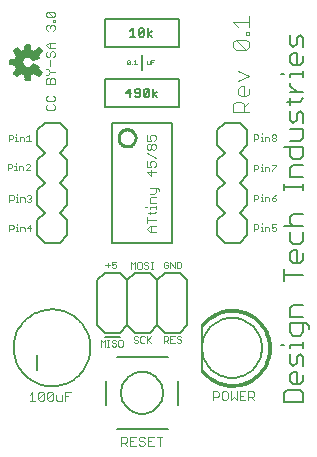
<source format=gto>
G75*
G70*
%OFA0B0*%
%FSLAX24Y24*%
%IPPOS*%
%LPD*%
%AMOC8*
5,1,8,0,0,1.08239X$1,22.5*
%
%ADD10C,0.0010*%
%ADD11C,0.0030*%
%ADD12C,0.0050*%
%ADD13C,0.0020*%
%ADD14C,0.0040*%
%ADD15C,0.0080*%
%ADD16C,0.0100*%
%ADD17C,0.0060*%
%ADD18C,0.0059*%
D10*
X007168Y003743D02*
X007240Y003797D01*
X007239Y003796D02*
X007282Y003743D01*
X007327Y003692D01*
X007376Y003644D01*
X007427Y003599D01*
X007481Y003556D01*
X007537Y003517D01*
X007595Y003481D01*
X007655Y003448D01*
X007716Y003419D01*
X007780Y003394D01*
X007844Y003372D01*
X007910Y003353D01*
X007977Y003339D01*
X008044Y003328D01*
X008112Y003321D01*
X008180Y003318D01*
X008249Y003319D01*
X008317Y003324D01*
X008385Y003332D01*
X008452Y003345D01*
X008518Y003361D01*
X008583Y003381D01*
X008648Y003404D01*
X008710Y003431D01*
X008771Y003462D01*
X008830Y003496D01*
X008888Y003533D01*
X008943Y003574D01*
X008995Y003618D01*
X009045Y003664D01*
X009092Y003713D01*
X009137Y003765D01*
X009178Y003819D01*
X009217Y003876D01*
X009252Y003935D01*
X009283Y003995D01*
X009311Y004057D01*
X009336Y004121D01*
X009357Y004186D01*
X009374Y004252D01*
X009388Y004319D01*
X009397Y004387D01*
X009403Y004455D01*
X009405Y004523D01*
X009403Y004591D01*
X009397Y004659D01*
X009388Y004727D01*
X009374Y004794D01*
X009357Y004860D01*
X009336Y004925D01*
X009311Y004989D01*
X009283Y005051D01*
X009252Y005111D01*
X009217Y005170D01*
X009178Y005227D01*
X009137Y005281D01*
X009092Y005333D01*
X009045Y005382D01*
X008995Y005428D01*
X008943Y005472D01*
X008888Y005513D01*
X008830Y005550D01*
X008771Y005584D01*
X008710Y005615D01*
X008648Y005642D01*
X008583Y005665D01*
X008518Y005685D01*
X008452Y005701D01*
X008385Y005714D01*
X008317Y005722D01*
X008249Y005727D01*
X008180Y005728D01*
X008112Y005725D01*
X008044Y005718D01*
X007977Y005707D01*
X007910Y005693D01*
X007844Y005674D01*
X007780Y005652D01*
X007716Y005627D01*
X007655Y005598D01*
X007595Y005565D01*
X007537Y005529D01*
X007481Y005490D01*
X007427Y005447D01*
X007376Y005402D01*
X007327Y005354D01*
X007282Y005303D01*
X007239Y005250D01*
X007168Y005303D01*
X007167Y005304D01*
X007211Y005359D01*
X007259Y005412D01*
X007309Y005463D01*
X007362Y005510D01*
X007417Y005554D01*
X007475Y005596D01*
X007535Y005634D01*
X007596Y005669D01*
X007660Y005700D01*
X007725Y005728D01*
X007792Y005752D01*
X007860Y005773D01*
X007929Y005789D01*
X007999Y005802D01*
X008069Y005811D01*
X008140Y005817D01*
X008211Y005818D01*
X008282Y005815D01*
X008353Y005809D01*
X008423Y005799D01*
X008492Y005785D01*
X008561Y005767D01*
X008629Y005745D01*
X008695Y005720D01*
X008760Y005691D01*
X008823Y005658D01*
X008884Y005622D01*
X008943Y005583D01*
X009000Y005541D01*
X009055Y005496D01*
X009107Y005447D01*
X009156Y005396D01*
X009203Y005343D01*
X009246Y005286D01*
X009286Y005228D01*
X009323Y005167D01*
X009357Y005105D01*
X009387Y005041D01*
X009414Y004975D01*
X009437Y004908D01*
X009456Y004839D01*
X009471Y004770D01*
X009483Y004700D01*
X009491Y004629D01*
X009495Y004558D01*
X009495Y004488D01*
X009491Y004417D01*
X009483Y004346D01*
X009471Y004276D01*
X009456Y004207D01*
X009437Y004138D01*
X009414Y004071D01*
X009387Y004005D01*
X009357Y003941D01*
X009323Y003879D01*
X009286Y003818D01*
X009246Y003760D01*
X009203Y003703D01*
X009156Y003650D01*
X009107Y003599D01*
X009055Y003550D01*
X009000Y003505D01*
X008943Y003463D01*
X008884Y003424D01*
X008823Y003388D01*
X008760Y003355D01*
X008695Y003326D01*
X008629Y003301D01*
X008561Y003279D01*
X008492Y003261D01*
X008423Y003247D01*
X008353Y003237D01*
X008282Y003231D01*
X008211Y003228D01*
X008140Y003229D01*
X008069Y003235D01*
X007999Y003244D01*
X007929Y003257D01*
X007860Y003273D01*
X007792Y003294D01*
X007725Y003318D01*
X007660Y003346D01*
X007596Y003377D01*
X007535Y003412D01*
X007475Y003450D01*
X007417Y003492D01*
X007362Y003536D01*
X007309Y003583D01*
X007259Y003634D01*
X007211Y003687D01*
X007167Y003742D01*
X007174Y003747D01*
X007219Y003692D01*
X007266Y003639D01*
X007317Y003588D01*
X007370Y003541D01*
X007426Y003496D01*
X007484Y003455D01*
X007544Y003417D01*
X007606Y003382D01*
X007670Y003351D01*
X007736Y003324D01*
X007803Y003300D01*
X007872Y003280D01*
X007941Y003263D01*
X008011Y003251D01*
X008082Y003242D01*
X008153Y003238D01*
X008224Y003237D01*
X008295Y003241D01*
X008366Y003248D01*
X008437Y003259D01*
X008506Y003274D01*
X008575Y003293D01*
X008643Y003316D01*
X008709Y003342D01*
X008774Y003372D01*
X008836Y003406D01*
X008897Y003442D01*
X008956Y003483D01*
X009013Y003526D01*
X009067Y003573D01*
X009118Y003622D01*
X009166Y003675D01*
X009212Y003729D01*
X009254Y003787D01*
X009293Y003846D01*
X009329Y003908D01*
X009362Y003971D01*
X009390Y004036D01*
X009416Y004103D01*
X009437Y004171D01*
X009455Y004240D01*
X009468Y004310D01*
X009478Y004381D01*
X009484Y004452D01*
X009486Y004523D01*
X009484Y004594D01*
X009478Y004665D01*
X009468Y004736D01*
X009455Y004806D01*
X009437Y004875D01*
X009416Y004943D01*
X009390Y005010D01*
X009362Y005075D01*
X009329Y005138D01*
X009293Y005200D01*
X009254Y005259D01*
X009212Y005317D01*
X009166Y005371D01*
X009118Y005424D01*
X009067Y005473D01*
X009013Y005520D01*
X008956Y005563D01*
X008897Y005604D01*
X008836Y005640D01*
X008774Y005674D01*
X008709Y005704D01*
X008643Y005730D01*
X008575Y005753D01*
X008506Y005772D01*
X008437Y005787D01*
X008366Y005798D01*
X008295Y005805D01*
X008224Y005809D01*
X008153Y005808D01*
X008082Y005804D01*
X008011Y005795D01*
X007941Y005783D01*
X007872Y005766D01*
X007803Y005746D01*
X007736Y005722D01*
X007670Y005695D01*
X007606Y005664D01*
X007544Y005629D01*
X007484Y005591D01*
X007426Y005550D01*
X007370Y005505D01*
X007317Y005458D01*
X007266Y005407D01*
X007219Y005354D01*
X007174Y005299D01*
X007181Y005293D01*
X007226Y005348D01*
X007273Y005401D01*
X007323Y005451D01*
X007376Y005498D01*
X007431Y005542D01*
X007489Y005584D01*
X007548Y005621D01*
X007610Y005656D01*
X007674Y005687D01*
X007739Y005714D01*
X007806Y005738D01*
X007874Y005758D01*
X007943Y005774D01*
X008012Y005786D01*
X008083Y005795D01*
X008153Y005799D01*
X008224Y005800D01*
X008295Y005796D01*
X008365Y005789D01*
X008435Y005778D01*
X008504Y005763D01*
X008572Y005744D01*
X008640Y005722D01*
X008705Y005696D01*
X008770Y005666D01*
X008832Y005633D01*
X008892Y005596D01*
X008951Y005556D01*
X009007Y005513D01*
X009061Y005467D01*
X009111Y005417D01*
X009160Y005366D01*
X009205Y005311D01*
X009247Y005254D01*
X009286Y005195D01*
X009321Y005134D01*
X009354Y005071D01*
X009382Y005006D01*
X009407Y004940D01*
X009428Y004872D01*
X009446Y004804D01*
X009459Y004734D01*
X009469Y004664D01*
X009475Y004594D01*
X009477Y004523D01*
X009475Y004452D01*
X009469Y004382D01*
X009459Y004312D01*
X009446Y004242D01*
X009428Y004174D01*
X009407Y004106D01*
X009382Y004040D01*
X009354Y003975D01*
X009321Y003912D01*
X009286Y003851D01*
X009247Y003792D01*
X009205Y003735D01*
X009160Y003680D01*
X009111Y003629D01*
X009061Y003579D01*
X009007Y003533D01*
X008951Y003490D01*
X008892Y003450D01*
X008832Y003413D01*
X008770Y003380D01*
X008705Y003350D01*
X008640Y003324D01*
X008572Y003302D01*
X008504Y003283D01*
X008435Y003268D01*
X008365Y003257D01*
X008295Y003250D01*
X008224Y003246D01*
X008153Y003247D01*
X008083Y003251D01*
X008012Y003260D01*
X007943Y003272D01*
X007874Y003288D01*
X007806Y003308D01*
X007739Y003332D01*
X007674Y003359D01*
X007610Y003390D01*
X007548Y003425D01*
X007489Y003462D01*
X007431Y003504D01*
X007376Y003548D01*
X007323Y003595D01*
X007273Y003645D01*
X007226Y003698D01*
X007181Y003753D01*
X007189Y003758D01*
X007233Y003703D01*
X007281Y003650D01*
X007331Y003600D01*
X007384Y003552D01*
X007440Y003508D01*
X007498Y003467D01*
X007558Y003430D01*
X007620Y003395D01*
X007684Y003365D01*
X007750Y003338D01*
X007817Y003314D01*
X007885Y003295D01*
X007955Y003279D01*
X008025Y003267D01*
X008095Y003259D01*
X008166Y003255D01*
X008237Y003256D01*
X008308Y003260D01*
X008379Y003268D01*
X008449Y003280D01*
X008518Y003296D01*
X008586Y003315D01*
X008654Y003339D01*
X008719Y003366D01*
X008783Y003397D01*
X008845Y003431D01*
X008905Y003469D01*
X008963Y003511D01*
X009019Y003555D01*
X009072Y003602D01*
X009122Y003653D01*
X009169Y003706D01*
X009214Y003761D01*
X009255Y003819D01*
X009292Y003879D01*
X009327Y003942D01*
X009358Y004006D01*
X009385Y004071D01*
X009408Y004138D01*
X009428Y004207D01*
X009444Y004276D01*
X009456Y004346D01*
X009464Y004417D01*
X009468Y004487D01*
X009468Y004559D01*
X009464Y004629D01*
X009456Y004700D01*
X009444Y004770D01*
X009428Y004839D01*
X009408Y004908D01*
X009385Y004975D01*
X009358Y005040D01*
X009327Y005104D01*
X009292Y005167D01*
X009255Y005227D01*
X009214Y005285D01*
X009169Y005340D01*
X009122Y005393D01*
X009072Y005444D01*
X009019Y005491D01*
X008963Y005535D01*
X008905Y005577D01*
X008845Y005615D01*
X008783Y005649D01*
X008719Y005680D01*
X008654Y005707D01*
X008586Y005731D01*
X008518Y005750D01*
X008449Y005766D01*
X008379Y005778D01*
X008308Y005786D01*
X008237Y005790D01*
X008166Y005791D01*
X008095Y005787D01*
X008025Y005779D01*
X007955Y005767D01*
X007885Y005751D01*
X007817Y005732D01*
X007750Y005708D01*
X007684Y005681D01*
X007620Y005651D01*
X007558Y005616D01*
X007498Y005579D01*
X007440Y005538D01*
X007384Y005494D01*
X007331Y005446D01*
X007281Y005396D01*
X007233Y005343D01*
X007189Y005288D01*
X007196Y005282D01*
X007240Y005337D01*
X007287Y005390D01*
X007337Y005440D01*
X007390Y005487D01*
X007445Y005531D01*
X007503Y005571D01*
X007562Y005609D01*
X007624Y005643D01*
X007688Y005673D01*
X007753Y005700D01*
X007820Y005723D01*
X007888Y005743D01*
X007956Y005758D01*
X008026Y005770D01*
X008096Y005778D01*
X008167Y005782D01*
X008237Y005781D01*
X008308Y005777D01*
X008378Y005769D01*
X008447Y005757D01*
X008516Y005742D01*
X008584Y005722D01*
X008650Y005699D01*
X008715Y005672D01*
X008779Y005641D01*
X008841Y005607D01*
X008900Y005569D01*
X008958Y005528D01*
X009013Y005484D01*
X009066Y005437D01*
X009115Y005387D01*
X009162Y005335D01*
X009206Y005279D01*
X009247Y005222D01*
X009285Y005162D01*
X009319Y005100D01*
X009349Y005037D01*
X009376Y004972D01*
X009400Y004905D01*
X009419Y004837D01*
X009435Y004768D01*
X009447Y004699D01*
X009455Y004629D01*
X009459Y004558D01*
X009459Y004488D01*
X009455Y004417D01*
X009447Y004347D01*
X009435Y004278D01*
X009419Y004209D01*
X009400Y004141D01*
X009376Y004074D01*
X009349Y004009D01*
X009319Y003946D01*
X009285Y003884D01*
X009247Y003824D01*
X009206Y003767D01*
X009162Y003711D01*
X009115Y003659D01*
X009066Y003609D01*
X009013Y003562D01*
X008958Y003518D01*
X008900Y003477D01*
X008841Y003439D01*
X008779Y003405D01*
X008715Y003374D01*
X008650Y003347D01*
X008584Y003324D01*
X008516Y003304D01*
X008447Y003289D01*
X008378Y003277D01*
X008308Y003269D01*
X008237Y003265D01*
X008167Y003264D01*
X008096Y003268D01*
X008026Y003276D01*
X007956Y003288D01*
X007888Y003303D01*
X007820Y003323D01*
X007753Y003346D01*
X007688Y003373D01*
X007624Y003403D01*
X007562Y003437D01*
X007503Y003475D01*
X007445Y003515D01*
X007390Y003559D01*
X007337Y003606D01*
X007287Y003656D01*
X007240Y003709D01*
X007196Y003764D01*
X007203Y003769D01*
X007247Y003714D01*
X007294Y003662D01*
X007343Y003613D01*
X007396Y003566D01*
X007450Y003523D01*
X007508Y003482D01*
X007567Y003445D01*
X007628Y003411D01*
X007692Y003381D01*
X007756Y003354D01*
X007823Y003331D01*
X007890Y003312D01*
X007958Y003297D01*
X008027Y003285D01*
X008097Y003277D01*
X008167Y003273D01*
X008237Y003274D01*
X008307Y003278D01*
X008376Y003286D01*
X008445Y003297D01*
X008514Y003313D01*
X008581Y003332D01*
X008647Y003356D01*
X008712Y003383D01*
X008775Y003413D01*
X008836Y003447D01*
X008895Y003484D01*
X008953Y003525D01*
X009007Y003569D01*
X009059Y003615D01*
X009109Y003665D01*
X009156Y003717D01*
X009199Y003772D01*
X009240Y003829D01*
X009277Y003888D01*
X009311Y003950D01*
X009341Y004013D01*
X009368Y004078D01*
X009391Y004144D01*
X009410Y004211D01*
X009426Y004279D01*
X009438Y004348D01*
X009446Y004418D01*
X009450Y004488D01*
X009450Y004558D01*
X009446Y004628D01*
X009438Y004698D01*
X009426Y004767D01*
X009410Y004835D01*
X009391Y004902D01*
X009368Y004968D01*
X009341Y005033D01*
X009311Y005096D01*
X009277Y005158D01*
X009240Y005217D01*
X009199Y005274D01*
X009156Y005329D01*
X009109Y005381D01*
X009059Y005431D01*
X009007Y005477D01*
X008953Y005521D01*
X008895Y005562D01*
X008836Y005599D01*
X008775Y005633D01*
X008712Y005663D01*
X008647Y005690D01*
X008581Y005714D01*
X008514Y005733D01*
X008445Y005749D01*
X008376Y005760D01*
X008307Y005768D01*
X008237Y005772D01*
X008167Y005773D01*
X008097Y005769D01*
X008027Y005761D01*
X007958Y005749D01*
X007890Y005734D01*
X007823Y005715D01*
X007756Y005692D01*
X007692Y005665D01*
X007628Y005635D01*
X007567Y005601D01*
X007508Y005564D01*
X007450Y005523D01*
X007396Y005480D01*
X007343Y005433D01*
X007294Y005384D01*
X007247Y005332D01*
X007203Y005277D01*
X007210Y005272D01*
X007254Y005326D01*
X007300Y005378D01*
X007349Y005427D01*
X007401Y005473D01*
X007456Y005516D01*
X007513Y005556D01*
X007572Y005593D01*
X007633Y005627D01*
X007695Y005657D01*
X007760Y005683D01*
X007825Y005706D01*
X007892Y005725D01*
X007960Y005741D01*
X008029Y005752D01*
X008098Y005760D01*
X008167Y005764D01*
X008237Y005763D01*
X008306Y005759D01*
X008375Y005752D01*
X008444Y005740D01*
X008511Y005724D01*
X008578Y005705D01*
X008644Y005682D01*
X008708Y005655D01*
X008771Y005625D01*
X008832Y005591D01*
X008890Y005554D01*
X008947Y005514D01*
X009001Y005471D01*
X009053Y005424D01*
X009102Y005375D01*
X009149Y005323D01*
X009192Y005269D01*
X009232Y005212D01*
X009269Y005153D01*
X009303Y005092D01*
X009333Y005029D01*
X009360Y004965D01*
X009383Y004900D01*
X009402Y004833D01*
X009417Y004765D01*
X009429Y004696D01*
X009437Y004627D01*
X009441Y004558D01*
X009441Y004488D01*
X009437Y004419D01*
X009429Y004350D01*
X009417Y004281D01*
X009402Y004213D01*
X009383Y004146D01*
X009360Y004081D01*
X009333Y004017D01*
X009303Y003954D01*
X009269Y003893D01*
X009232Y003834D01*
X009192Y003777D01*
X009149Y003723D01*
X009102Y003671D01*
X009053Y003622D01*
X009001Y003575D01*
X008947Y003532D01*
X008890Y003492D01*
X008832Y003455D01*
X008771Y003421D01*
X008708Y003391D01*
X008644Y003364D01*
X008578Y003341D01*
X008511Y003322D01*
X008444Y003306D01*
X008375Y003294D01*
X008306Y003287D01*
X008237Y003283D01*
X008167Y003282D01*
X008098Y003286D01*
X008029Y003294D01*
X007960Y003305D01*
X007892Y003321D01*
X007825Y003340D01*
X007760Y003363D01*
X007695Y003389D01*
X007633Y003419D01*
X007572Y003453D01*
X007513Y003490D01*
X007456Y003530D01*
X007401Y003573D01*
X007349Y003619D01*
X007300Y003668D01*
X007254Y003720D01*
X007210Y003774D01*
X007217Y003780D01*
X007261Y003726D01*
X007307Y003675D01*
X007356Y003626D01*
X007407Y003580D01*
X007461Y003537D01*
X007518Y003497D01*
X007576Y003461D01*
X007637Y003427D01*
X007699Y003397D01*
X007763Y003371D01*
X007828Y003349D01*
X007894Y003330D01*
X007962Y003314D01*
X008030Y003303D01*
X008098Y003295D01*
X008167Y003291D01*
X008236Y003292D01*
X008305Y003296D01*
X008374Y003303D01*
X008442Y003315D01*
X008509Y003330D01*
X008576Y003350D01*
X008641Y003373D01*
X008704Y003399D01*
X008767Y003429D01*
X008827Y003462D01*
X008885Y003499D01*
X008942Y003539D01*
X008996Y003582D01*
X009047Y003628D01*
X009096Y003677D01*
X009142Y003729D01*
X009185Y003783D01*
X009225Y003839D01*
X009261Y003898D01*
X009295Y003958D01*
X009325Y004020D01*
X009351Y004084D01*
X009374Y004149D01*
X009393Y004216D01*
X009408Y004283D01*
X009420Y004351D01*
X009428Y004420D01*
X009432Y004488D01*
X009432Y004558D01*
X009428Y004626D01*
X009420Y004695D01*
X009408Y004763D01*
X009393Y004830D01*
X009374Y004897D01*
X009351Y004962D01*
X009325Y005026D01*
X009295Y005088D01*
X009261Y005148D01*
X009225Y005207D01*
X009185Y005263D01*
X009142Y005317D01*
X009096Y005369D01*
X009047Y005418D01*
X008996Y005464D01*
X008942Y005507D01*
X008885Y005547D01*
X008827Y005584D01*
X008767Y005617D01*
X008704Y005647D01*
X008641Y005673D01*
X008576Y005696D01*
X008509Y005716D01*
X008442Y005731D01*
X008374Y005743D01*
X008305Y005750D01*
X008236Y005754D01*
X008167Y005755D01*
X008098Y005751D01*
X008030Y005743D01*
X007962Y005732D01*
X007894Y005716D01*
X007828Y005697D01*
X007763Y005675D01*
X007699Y005649D01*
X007637Y005619D01*
X007576Y005585D01*
X007518Y005549D01*
X007461Y005509D01*
X007407Y005466D01*
X007356Y005420D01*
X007307Y005371D01*
X007261Y005320D01*
X007217Y005266D01*
X007225Y005261D01*
X007268Y005315D01*
X007314Y005366D01*
X007364Y005415D01*
X007415Y005461D01*
X007470Y005504D01*
X007527Y005544D01*
X007585Y005580D01*
X007646Y005614D01*
X007709Y005643D01*
X007773Y005669D01*
X007839Y005691D01*
X007906Y005710D01*
X007973Y005725D01*
X008042Y005736D01*
X008111Y005743D01*
X008180Y005746D01*
X008249Y005745D01*
X008319Y005740D01*
X008387Y005732D01*
X008455Y005719D01*
X008523Y005703D01*
X008589Y005682D01*
X008654Y005659D01*
X008718Y005631D01*
X008780Y005600D01*
X008840Y005565D01*
X008898Y005527D01*
X008954Y005486D01*
X009007Y005442D01*
X009058Y005395D01*
X009106Y005345D01*
X009151Y005292D01*
X009193Y005237D01*
X009232Y005180D01*
X009267Y005120D01*
X009299Y005059D01*
X009328Y004996D01*
X009353Y004931D01*
X009374Y004865D01*
X009392Y004798D01*
X009405Y004730D01*
X009415Y004661D01*
X009421Y004592D01*
X009423Y004523D01*
X009421Y004454D01*
X009415Y004385D01*
X009405Y004316D01*
X009392Y004248D01*
X009374Y004181D01*
X009353Y004115D01*
X009328Y004050D01*
X009299Y003987D01*
X009267Y003926D01*
X009232Y003866D01*
X009193Y003809D01*
X009151Y003754D01*
X009106Y003701D01*
X009058Y003651D01*
X009007Y003604D01*
X008954Y003560D01*
X008898Y003519D01*
X008840Y003481D01*
X008780Y003446D01*
X008718Y003415D01*
X008654Y003387D01*
X008589Y003364D01*
X008523Y003343D01*
X008455Y003327D01*
X008387Y003314D01*
X008319Y003306D01*
X008249Y003301D01*
X008180Y003300D01*
X008111Y003303D01*
X008042Y003310D01*
X007973Y003321D01*
X007906Y003336D01*
X007839Y003355D01*
X007773Y003377D01*
X007709Y003403D01*
X007646Y003432D01*
X007585Y003466D01*
X007527Y003502D01*
X007470Y003542D01*
X007415Y003585D01*
X007364Y003631D01*
X007314Y003680D01*
X007268Y003731D01*
X007225Y003785D01*
X007232Y003791D01*
X007275Y003737D01*
X007321Y003686D01*
X007370Y003637D01*
X007421Y003592D01*
X007475Y003549D01*
X007532Y003510D01*
X007590Y003473D01*
X007650Y003440D01*
X007713Y003411D01*
X007776Y003385D01*
X007842Y003363D01*
X007908Y003345D01*
X007975Y003330D01*
X008043Y003319D01*
X008112Y003312D01*
X008180Y003309D01*
X008249Y003310D01*
X008318Y003315D01*
X008386Y003323D01*
X008454Y003336D01*
X008520Y003352D01*
X008586Y003372D01*
X008651Y003396D01*
X008714Y003423D01*
X008775Y003454D01*
X008835Y003488D01*
X008893Y003526D01*
X008948Y003567D01*
X009001Y003611D01*
X009051Y003658D01*
X009099Y003707D01*
X009144Y003759D01*
X009186Y003814D01*
X009224Y003871D01*
X009259Y003930D01*
X009291Y003991D01*
X009320Y004054D01*
X009344Y004118D01*
X009366Y004184D01*
X009383Y004250D01*
X009396Y004318D01*
X009406Y004386D01*
X009412Y004454D01*
X009414Y004523D01*
X009412Y004592D01*
X009406Y004660D01*
X009396Y004728D01*
X009383Y004796D01*
X009366Y004862D01*
X009344Y004928D01*
X009320Y004992D01*
X009291Y005055D01*
X009259Y005116D01*
X009224Y005175D01*
X009186Y005232D01*
X009144Y005287D01*
X009099Y005339D01*
X009051Y005388D01*
X009001Y005435D01*
X008948Y005479D01*
X008893Y005520D01*
X008835Y005558D01*
X008775Y005592D01*
X008714Y005623D01*
X008651Y005650D01*
X008586Y005674D01*
X008520Y005694D01*
X008454Y005710D01*
X008386Y005723D01*
X008318Y005731D01*
X008249Y005736D01*
X008180Y005737D01*
X008112Y005734D01*
X008043Y005727D01*
X007975Y005716D01*
X007908Y005701D01*
X007842Y005683D01*
X007776Y005661D01*
X007713Y005635D01*
X007650Y005606D01*
X007590Y005573D01*
X007532Y005536D01*
X007475Y005497D01*
X007421Y005454D01*
X007370Y005409D01*
X007321Y005360D01*
X007275Y005309D01*
X007232Y005255D01*
X005515Y013969D02*
X005515Y014119D01*
X005615Y014119D01*
X005565Y014044D02*
X005515Y014044D01*
X005468Y014069D02*
X005468Y013969D01*
X005393Y013969D01*
X005368Y013994D01*
X005368Y014069D01*
X005026Y013969D02*
X004926Y013969D01*
X004877Y013969D02*
X004877Y013994D01*
X004852Y013994D01*
X004852Y013969D01*
X004877Y013969D01*
X004805Y013994D02*
X004780Y013969D01*
X004730Y013969D01*
X004705Y013994D01*
X004805Y014094D01*
X004805Y013994D01*
X004805Y014094D02*
X004780Y014119D01*
X004730Y014119D01*
X004705Y014094D01*
X004705Y013994D01*
X004926Y014069D02*
X004976Y014119D01*
X004976Y013969D01*
D11*
X001643Y002763D02*
X001450Y002763D01*
X001547Y002763D02*
X001547Y003053D01*
X001450Y002956D01*
X001745Y003005D02*
X001745Y002811D01*
X001938Y003005D01*
X001938Y002811D01*
X001890Y002763D01*
X001793Y002763D01*
X001745Y002811D01*
X001745Y003005D02*
X001793Y003053D01*
X001890Y003053D01*
X001938Y003005D01*
X002039Y003005D02*
X002088Y003053D01*
X002184Y003053D01*
X002233Y003005D01*
X002039Y002811D01*
X002088Y002763D01*
X002184Y002763D01*
X002233Y002811D01*
X002233Y003005D01*
X002334Y002956D02*
X002334Y002811D01*
X002382Y002763D01*
X002527Y002763D01*
X002527Y002956D01*
X002629Y002908D02*
X002725Y002908D01*
X002629Y002763D02*
X002629Y003053D01*
X002822Y003053D01*
X002039Y003005D02*
X002039Y002811D01*
X004509Y001553D02*
X004509Y001263D01*
X004509Y001360D02*
X004654Y001360D01*
X004703Y001408D01*
X004703Y001505D01*
X004654Y001553D01*
X004509Y001553D01*
X004606Y001360D02*
X004703Y001263D01*
X004804Y001263D02*
X004804Y001553D01*
X004997Y001553D01*
X005099Y001505D02*
X005099Y001456D01*
X005147Y001408D01*
X005244Y001408D01*
X005292Y001360D01*
X005292Y001311D01*
X005244Y001263D01*
X005147Y001263D01*
X005099Y001311D01*
X004997Y001263D02*
X004804Y001263D01*
X004804Y001408D02*
X004901Y001408D01*
X005099Y001505D02*
X005147Y001553D01*
X005244Y001553D01*
X005292Y001505D01*
X005393Y001553D02*
X005393Y001263D01*
X005587Y001263D01*
X005490Y001408D02*
X005393Y001408D01*
X005393Y001553D02*
X005587Y001553D01*
X005688Y001553D02*
X005881Y001553D01*
X005785Y001553D02*
X005785Y001263D01*
X007569Y002789D02*
X007569Y003079D01*
X007714Y003079D01*
X007763Y003031D01*
X007763Y002934D01*
X007714Y002885D01*
X007569Y002885D01*
X007864Y002837D02*
X007912Y002789D01*
X008009Y002789D01*
X008057Y002837D01*
X008057Y003031D01*
X008009Y003079D01*
X007912Y003079D01*
X007864Y003031D01*
X007864Y002837D01*
X008159Y002789D02*
X008255Y002885D01*
X008352Y002789D01*
X008352Y003079D01*
X008453Y003079D02*
X008453Y002789D01*
X008647Y002789D01*
X008748Y002789D02*
X008748Y003079D01*
X008893Y003079D01*
X008941Y003031D01*
X008941Y002934D01*
X008893Y002885D01*
X008748Y002885D01*
X008845Y002885D02*
X008941Y002789D01*
X008647Y003079D02*
X008453Y003079D01*
X008453Y002934D02*
X008550Y002934D01*
X008159Y003079D02*
X008159Y002789D01*
X005654Y008382D02*
X005460Y008382D01*
X005364Y008479D01*
X005460Y008576D01*
X005654Y008576D01*
X005509Y008576D02*
X005509Y008382D01*
X005364Y008677D02*
X005364Y008870D01*
X005364Y008774D02*
X005654Y008774D01*
X005605Y009020D02*
X005654Y009068D01*
X005605Y009020D02*
X005412Y009020D01*
X005460Y009068D02*
X005460Y008971D01*
X005460Y009168D02*
X005460Y009216D01*
X005654Y009216D01*
X005654Y009168D02*
X005654Y009265D01*
X005654Y009364D02*
X005460Y009364D01*
X005460Y009509D01*
X005509Y009558D01*
X005654Y009558D01*
X005605Y009659D02*
X005654Y009707D01*
X005654Y009852D01*
X005702Y009852D02*
X005751Y009804D01*
X005751Y009756D01*
X005702Y009852D02*
X005460Y009852D01*
X005460Y009659D02*
X005605Y009659D01*
X005364Y009216D02*
X005315Y009216D01*
X005509Y010248D02*
X005509Y010442D01*
X005509Y010543D02*
X005460Y010640D01*
X005460Y010688D01*
X005509Y010736D01*
X005605Y010736D01*
X005654Y010688D01*
X005654Y010591D01*
X005605Y010543D01*
X005509Y010543D02*
X005364Y010543D01*
X005364Y010736D01*
X005364Y011031D02*
X005654Y010837D01*
X005605Y011132D02*
X005557Y011132D01*
X005509Y011180D01*
X005509Y011277D01*
X005557Y011326D01*
X005605Y011326D01*
X005654Y011277D01*
X005654Y011180D01*
X005605Y011132D01*
X005509Y011180D02*
X005460Y011132D01*
X005412Y011132D01*
X005364Y011180D01*
X005364Y011277D01*
X005412Y011326D01*
X005460Y011326D01*
X005509Y011277D01*
X005509Y011427D02*
X005364Y011427D01*
X005364Y011620D01*
X005460Y011572D02*
X005509Y011620D01*
X005605Y011620D01*
X005654Y011572D01*
X005654Y011475D01*
X005605Y011427D01*
X005509Y011427D02*
X005460Y011524D01*
X005460Y011572D01*
X005364Y010393D02*
X005509Y010248D01*
X005654Y010393D02*
X005364Y010393D01*
X002294Y012493D02*
X002294Y012590D01*
X002246Y012638D01*
X002246Y012739D02*
X002294Y012788D01*
X002294Y012884D01*
X002246Y012933D01*
X002052Y012933D02*
X002004Y012884D01*
X002004Y012788D01*
X002052Y012739D01*
X002246Y012739D01*
X002052Y012638D02*
X002004Y012590D01*
X002004Y012493D01*
X002052Y012445D01*
X002246Y012445D01*
X002294Y012493D01*
X002294Y013329D02*
X002004Y013329D01*
X002004Y013474D01*
X002052Y013522D01*
X002101Y013522D01*
X002149Y013474D01*
X002149Y013329D01*
X002149Y013474D02*
X002197Y013522D01*
X002246Y013522D01*
X002294Y013474D01*
X002294Y013329D01*
X002052Y013623D02*
X002149Y013720D01*
X002294Y013720D01*
X002149Y013720D02*
X002052Y013817D01*
X002004Y013817D01*
X002149Y013918D02*
X002149Y014111D01*
X002101Y014212D02*
X002149Y014261D01*
X002149Y014358D01*
X002197Y014406D01*
X002246Y014406D01*
X002294Y014358D01*
X002294Y014261D01*
X002246Y014212D01*
X002101Y014212D02*
X002052Y014212D01*
X002004Y014261D01*
X002004Y014358D01*
X002052Y014406D01*
X002101Y014507D02*
X002004Y014604D01*
X002101Y014701D01*
X002294Y014701D01*
X002149Y014701D02*
X002149Y014507D01*
X002101Y014507D02*
X002294Y014507D01*
X002246Y015096D02*
X002294Y015145D01*
X002294Y015242D01*
X002246Y015290D01*
X002197Y015290D01*
X002149Y015242D01*
X002149Y015193D01*
X002149Y015242D02*
X002101Y015290D01*
X002052Y015290D01*
X002004Y015242D01*
X002004Y015145D01*
X002052Y015096D01*
X002246Y015391D02*
X002246Y015439D01*
X002294Y015439D01*
X002294Y015391D01*
X002246Y015391D01*
X002246Y015538D02*
X002052Y015538D01*
X002004Y015587D01*
X002004Y015684D01*
X002052Y015732D01*
X002246Y015538D01*
X002294Y015587D01*
X002294Y015684D01*
X002246Y015732D01*
X002052Y015732D01*
X002004Y013623D02*
X002052Y013623D01*
D12*
X004667Y013019D02*
X004847Y013019D01*
X004962Y013064D02*
X004962Y013109D01*
X005007Y013154D01*
X005097Y013154D01*
X005142Y013109D01*
X005142Y012928D01*
X005097Y012883D01*
X005007Y012883D01*
X004962Y012928D01*
X005007Y013019D02*
X005142Y013019D01*
X005256Y013109D02*
X005301Y013154D01*
X005391Y013154D01*
X005436Y013109D01*
X005256Y012928D01*
X005301Y012883D01*
X005391Y012883D01*
X005436Y012928D01*
X005436Y013109D01*
X005551Y013154D02*
X005551Y012883D01*
X005551Y012973D02*
X005686Y013064D01*
X005551Y012973D02*
X005686Y012883D01*
X005256Y012928D02*
X005256Y013109D01*
X005007Y013019D02*
X004962Y013064D01*
X004802Y013154D02*
X004802Y012883D01*
X004667Y013019D02*
X004802Y013154D01*
X004801Y014898D02*
X004981Y014898D01*
X004891Y014898D02*
X004891Y015169D01*
X004801Y015078D01*
X005095Y015123D02*
X005095Y014943D01*
X005276Y015123D01*
X005276Y014943D01*
X005231Y014898D01*
X005140Y014898D01*
X005095Y014943D01*
X005095Y015123D02*
X005140Y015169D01*
X005231Y015169D01*
X005276Y015123D01*
X005390Y015169D02*
X005390Y014898D01*
X005390Y014988D02*
X005525Y015078D01*
X005390Y014988D02*
X005525Y014898D01*
X009841Y013646D02*
X009943Y013646D01*
X010146Y013646D02*
X010146Y013545D01*
X010146Y013646D02*
X010553Y013646D01*
X010553Y013545D02*
X010553Y013748D01*
X010452Y013950D02*
X010248Y013950D01*
X010146Y014051D01*
X010146Y014255D01*
X010248Y014357D01*
X010350Y014357D01*
X010350Y013950D01*
X010452Y013950D02*
X010553Y014051D01*
X010553Y014255D01*
X010553Y014557D02*
X010553Y014863D01*
X010452Y014964D01*
X010350Y014863D01*
X010350Y014659D01*
X010248Y014557D01*
X010146Y014659D01*
X010146Y014964D01*
X010146Y013343D02*
X010146Y013242D01*
X010350Y013038D01*
X010553Y013038D02*
X010146Y013038D01*
X010146Y012837D02*
X010146Y012633D01*
X010045Y012735D02*
X010452Y012735D01*
X010553Y012837D01*
X010452Y012432D02*
X010350Y012331D01*
X010350Y012127D01*
X010248Y012025D01*
X010146Y012127D01*
X010146Y012432D01*
X010452Y012432D02*
X010553Y012331D01*
X010553Y012025D01*
X010553Y011825D02*
X010146Y011825D01*
X010146Y011418D02*
X010452Y011418D01*
X010553Y011519D01*
X010553Y011825D01*
X010553Y011217D02*
X010553Y010912D01*
X010452Y010810D01*
X010248Y010810D01*
X010146Y010912D01*
X010146Y011217D01*
X009943Y011217D02*
X010553Y011217D01*
X010553Y010609D02*
X010248Y010609D01*
X010146Y010507D01*
X010146Y010202D01*
X010553Y010202D01*
X010553Y010001D02*
X010553Y009797D01*
X010553Y009899D02*
X009943Y009899D01*
X009943Y009797D02*
X009943Y010001D01*
X010248Y008989D02*
X010553Y008989D01*
X010553Y008582D02*
X009943Y008582D01*
X010146Y008683D02*
X010146Y008887D01*
X010248Y008989D01*
X010146Y008683D02*
X010248Y008582D01*
X010146Y008381D02*
X010146Y008076D01*
X010248Y007974D01*
X010452Y007974D01*
X010553Y008076D01*
X010553Y008381D01*
X010350Y007773D02*
X010248Y007773D01*
X010146Y007671D01*
X010146Y007468D01*
X010248Y007366D01*
X010452Y007366D01*
X010553Y007468D01*
X010553Y007671D01*
X010350Y007773D02*
X010350Y007366D01*
X010553Y006962D02*
X009943Y006962D01*
X009943Y007165D02*
X009943Y006758D01*
X010248Y005950D02*
X010553Y005950D01*
X010553Y005543D02*
X010146Y005543D01*
X010146Y005848D01*
X010248Y005950D01*
X010146Y005342D02*
X010146Y005037D01*
X010248Y004935D01*
X010452Y004935D01*
X010553Y005037D01*
X010553Y005342D01*
X010655Y005342D02*
X010146Y005342D01*
X010655Y005342D02*
X010757Y005241D01*
X010757Y005139D01*
X010553Y004734D02*
X010553Y004530D01*
X010553Y004632D02*
X010146Y004632D01*
X010146Y004530D01*
X010146Y004329D02*
X010146Y004024D01*
X010248Y003922D01*
X010350Y004024D01*
X010350Y004228D01*
X010452Y004329D01*
X010553Y004228D01*
X010553Y003922D01*
X010350Y003722D02*
X010350Y003315D01*
X010452Y003315D02*
X010248Y003315D01*
X010146Y003416D01*
X010146Y003620D01*
X010248Y003722D01*
X010350Y003722D01*
X010553Y003620D02*
X010553Y003416D01*
X010452Y003315D01*
X010452Y003114D02*
X010045Y003114D01*
X009943Y003012D01*
X009943Y002707D01*
X010553Y002707D01*
X010553Y003012D01*
X010452Y003114D01*
X009943Y004632D02*
X009841Y004632D01*
D13*
X009632Y008419D02*
X009558Y008419D01*
X009522Y008456D01*
X009522Y008529D02*
X009595Y008566D01*
X009632Y008566D01*
X009668Y008529D01*
X009668Y008456D01*
X009632Y008419D01*
X009522Y008529D02*
X009522Y008639D01*
X009668Y008639D01*
X009447Y008529D02*
X009447Y008419D01*
X009447Y008529D02*
X009411Y008566D01*
X009301Y008566D01*
X009301Y008419D01*
X009227Y008419D02*
X009153Y008419D01*
X009190Y008419D02*
X009190Y008566D01*
X009153Y008566D01*
X009190Y008639D02*
X009190Y008676D01*
X009079Y008603D02*
X009079Y008529D01*
X009042Y008492D01*
X008932Y008492D01*
X008932Y008419D02*
X008932Y008639D01*
X009042Y008639D01*
X009079Y008603D01*
X009153Y009403D02*
X009227Y009403D01*
X009190Y009403D02*
X009190Y009550D01*
X009153Y009550D01*
X009190Y009623D02*
X009190Y009660D01*
X009079Y009587D02*
X009079Y009513D01*
X009042Y009477D01*
X008932Y009477D01*
X008932Y009403D02*
X008932Y009623D01*
X009042Y009623D01*
X009079Y009587D01*
X009301Y009550D02*
X009411Y009550D01*
X009447Y009513D01*
X009447Y009403D01*
X009522Y009440D02*
X009558Y009403D01*
X009632Y009403D01*
X009668Y009440D01*
X009668Y009477D01*
X009632Y009513D01*
X009522Y009513D01*
X009522Y009440D01*
X009522Y009513D02*
X009595Y009587D01*
X009668Y009623D01*
X009301Y009550D02*
X009301Y009403D01*
X009301Y010403D02*
X009301Y010550D01*
X009411Y010550D01*
X009448Y010513D01*
X009448Y010403D01*
X009522Y010403D02*
X009522Y010439D01*
X009669Y010586D01*
X009669Y010623D01*
X009522Y010623D01*
X009190Y010623D02*
X009190Y010660D01*
X009190Y010550D02*
X009190Y010403D01*
X009153Y010403D02*
X009227Y010403D01*
X009190Y010550D02*
X009153Y010550D01*
X009079Y010586D02*
X009043Y010623D01*
X008932Y010623D01*
X008932Y010403D01*
X008932Y010476D02*
X009043Y010476D01*
X009079Y010513D01*
X009079Y010586D01*
X009153Y011418D02*
X009227Y011418D01*
X009190Y011418D02*
X009190Y011565D01*
X009153Y011565D01*
X009190Y011638D02*
X009190Y011675D01*
X009079Y011601D02*
X009079Y011528D01*
X009042Y011491D01*
X008932Y011491D01*
X008932Y011418D02*
X008932Y011638D01*
X009042Y011638D01*
X009079Y011601D01*
X009301Y011565D02*
X009301Y011418D01*
X009447Y011418D02*
X009447Y011528D01*
X009411Y011565D01*
X009301Y011565D01*
X009522Y011565D02*
X009522Y011601D01*
X009558Y011638D01*
X009632Y011638D01*
X009668Y011601D01*
X009668Y011565D01*
X009632Y011528D01*
X009558Y011528D01*
X009522Y011565D01*
X009558Y011528D02*
X009522Y011491D01*
X009522Y011455D01*
X009558Y011418D01*
X009632Y011418D01*
X009668Y011455D01*
X009668Y011491D01*
X009632Y011528D01*
X006471Y007391D02*
X006508Y007354D01*
X006508Y007207D01*
X006471Y007171D01*
X006361Y007171D01*
X006361Y007391D01*
X006471Y007391D01*
X006287Y007391D02*
X006287Y007171D01*
X006140Y007391D01*
X006140Y007171D01*
X006066Y007207D02*
X006066Y007281D01*
X005992Y007281D01*
X005919Y007354D02*
X005956Y007391D01*
X006029Y007391D01*
X006066Y007354D01*
X006066Y007207D02*
X006029Y007171D01*
X005956Y007171D01*
X005919Y007207D01*
X005919Y007354D01*
X005556Y007383D02*
X005483Y007383D01*
X005520Y007383D02*
X005520Y007163D01*
X005556Y007163D02*
X005483Y007163D01*
X005409Y007200D02*
X005372Y007163D01*
X005299Y007163D01*
X005262Y007200D01*
X005188Y007200D02*
X005188Y007347D01*
X005151Y007383D01*
X005078Y007383D01*
X005041Y007347D01*
X005041Y007200D01*
X005078Y007163D01*
X005151Y007163D01*
X005188Y007200D01*
X005262Y007310D02*
X005299Y007273D01*
X005372Y007273D01*
X005409Y007237D01*
X005409Y007200D01*
X005409Y007347D02*
X005372Y007383D01*
X005299Y007383D01*
X005262Y007347D01*
X005262Y007310D01*
X004967Y007383D02*
X004967Y007163D01*
X004820Y007163D02*
X004820Y007383D01*
X004893Y007310D01*
X004967Y007383D01*
X004345Y007398D02*
X004198Y007398D01*
X004198Y007288D01*
X004272Y007325D01*
X004308Y007325D01*
X004345Y007288D01*
X004345Y007215D01*
X004308Y007178D01*
X004235Y007178D01*
X004198Y007215D01*
X004124Y007288D02*
X003977Y007288D01*
X004051Y007215D02*
X004051Y007362D01*
X004040Y004786D02*
X004114Y004786D01*
X004077Y004786D02*
X004077Y004566D01*
X004040Y004566D02*
X004114Y004566D01*
X004187Y004602D02*
X004224Y004566D01*
X004298Y004566D01*
X004334Y004602D01*
X004334Y004639D01*
X004298Y004676D01*
X004224Y004676D01*
X004187Y004713D01*
X004187Y004749D01*
X004224Y004786D01*
X004298Y004786D01*
X004334Y004749D01*
X004408Y004749D02*
X004408Y004602D01*
X004445Y004566D01*
X004519Y004566D01*
X004555Y004602D01*
X004555Y004749D01*
X004519Y004786D01*
X004445Y004786D01*
X004408Y004749D01*
X003966Y004786D02*
X003966Y004566D01*
X003819Y004566D02*
X003819Y004786D01*
X003893Y004713D01*
X003966Y004786D01*
X004925Y004833D02*
X004962Y004796D01*
X005035Y004796D01*
X005072Y004760D01*
X005072Y004723D01*
X005035Y004686D01*
X004962Y004686D01*
X004925Y004723D01*
X004925Y004833D02*
X004925Y004870D01*
X004962Y004906D01*
X005035Y004906D01*
X005072Y004870D01*
X005146Y004870D02*
X005146Y004723D01*
X005183Y004686D01*
X005256Y004686D01*
X005293Y004723D01*
X005367Y004760D02*
X005514Y004906D01*
X005367Y004906D02*
X005367Y004686D01*
X005404Y004796D02*
X005514Y004686D01*
X005293Y004870D02*
X005256Y004906D01*
X005183Y004906D01*
X005146Y004870D01*
X005919Y004914D02*
X005919Y004694D01*
X005919Y004767D02*
X006029Y004767D01*
X006066Y004804D01*
X006066Y004877D01*
X006029Y004914D01*
X005919Y004914D01*
X005992Y004767D02*
X006066Y004694D01*
X006140Y004694D02*
X006287Y004694D01*
X006361Y004730D02*
X006397Y004694D01*
X006471Y004694D01*
X006508Y004730D01*
X006508Y004767D01*
X006471Y004804D01*
X006397Y004804D01*
X006361Y004841D01*
X006361Y004877D01*
X006397Y004914D01*
X006471Y004914D01*
X006508Y004877D01*
X006287Y004914D02*
X006140Y004914D01*
X006140Y004694D01*
X006140Y004804D02*
X006213Y004804D01*
X001507Y008514D02*
X001360Y008514D01*
X001470Y008624D01*
X001470Y008404D01*
X001286Y008404D02*
X001286Y008514D01*
X001249Y008550D01*
X001139Y008550D01*
X001139Y008404D01*
X001065Y008404D02*
X000992Y008404D01*
X001029Y008404D02*
X001029Y008550D01*
X000992Y008550D01*
X001029Y008624D02*
X001029Y008660D01*
X000918Y008587D02*
X000918Y008514D01*
X000881Y008477D01*
X000771Y008477D01*
X000771Y008404D02*
X000771Y008624D01*
X000881Y008624D01*
X000918Y008587D01*
X000994Y009390D02*
X001067Y009390D01*
X001030Y009390D02*
X001030Y009537D01*
X000994Y009537D01*
X001030Y009610D02*
X001030Y009647D01*
X000919Y009574D02*
X000919Y009500D01*
X000883Y009464D01*
X000773Y009464D01*
X000773Y009390D02*
X000773Y009610D01*
X000883Y009610D01*
X000919Y009574D01*
X001141Y009537D02*
X001251Y009537D01*
X001288Y009500D01*
X001288Y009390D01*
X001362Y009427D02*
X001399Y009390D01*
X001472Y009390D01*
X001509Y009427D01*
X001509Y009464D01*
X001472Y009500D01*
X001435Y009500D01*
X001472Y009500D02*
X001509Y009537D01*
X001509Y009574D01*
X001472Y009610D01*
X001399Y009610D01*
X001362Y009574D01*
X001141Y009537D02*
X001141Y009390D01*
X001097Y010437D02*
X001097Y010583D01*
X001207Y010583D01*
X001243Y010547D01*
X001243Y010437D01*
X001318Y010437D02*
X001464Y010583D01*
X001464Y010620D01*
X001428Y010657D01*
X001354Y010657D01*
X001318Y010620D01*
X001318Y010437D02*
X001464Y010437D01*
X001023Y010437D02*
X000949Y010437D01*
X000986Y010437D02*
X000986Y010583D01*
X000949Y010583D01*
X000875Y010620D02*
X000875Y010547D01*
X000838Y010510D01*
X000728Y010510D01*
X000728Y010437D02*
X000728Y010657D01*
X000838Y010657D01*
X000875Y010620D01*
X000986Y010657D02*
X000986Y010693D01*
X000976Y011402D02*
X001050Y011402D01*
X001013Y011402D02*
X001013Y011549D01*
X000976Y011549D01*
X001013Y011623D02*
X001013Y011659D01*
X000902Y011586D02*
X000902Y011513D01*
X000865Y011476D01*
X000755Y011476D01*
X000755Y011402D02*
X000755Y011623D01*
X000865Y011623D01*
X000902Y011586D01*
X001124Y011549D02*
X001124Y011402D01*
X001124Y011549D02*
X001234Y011549D01*
X001270Y011513D01*
X001270Y011402D01*
X001345Y011402D02*
X001491Y011402D01*
X001418Y011402D02*
X001418Y011623D01*
X001345Y011549D01*
D14*
X008238Y012387D02*
X008238Y012647D01*
X008325Y012734D01*
X008498Y012734D01*
X008585Y012647D01*
X008585Y012387D01*
X008585Y012561D02*
X008759Y012734D01*
X008672Y012903D02*
X008498Y012903D01*
X008412Y012989D01*
X008412Y013163D01*
X008498Y013250D01*
X008585Y013250D01*
X008585Y012903D01*
X008672Y012903D02*
X008759Y012989D01*
X008759Y013163D01*
X008759Y013592D02*
X008412Y013765D01*
X008412Y013418D02*
X008759Y013592D01*
X008672Y014450D02*
X008325Y014450D01*
X008238Y014536D01*
X008238Y014710D01*
X008325Y014797D01*
X008672Y014450D01*
X008759Y014536D01*
X008759Y014710D01*
X008672Y014797D01*
X008325Y014797D01*
X008672Y014965D02*
X008672Y015052D01*
X008759Y015052D01*
X008759Y014965D01*
X008672Y014965D01*
X008759Y015223D02*
X008759Y015570D01*
X008759Y015397D02*
X008238Y015397D01*
X008412Y015223D01*
X008238Y012387D02*
X008759Y012387D01*
D15*
X008450Y012023D02*
X008700Y011773D01*
X008700Y011273D01*
X008450Y011023D01*
X008700Y010773D01*
X008700Y010273D01*
X008450Y010023D01*
X008700Y009773D01*
X008700Y009273D01*
X008450Y009023D01*
X008700Y008773D01*
X008700Y008273D01*
X008450Y008023D01*
X007950Y008023D01*
X007700Y008273D01*
X007700Y008773D01*
X007950Y009023D01*
X007700Y009273D01*
X007700Y009773D01*
X007950Y010023D01*
X007700Y010273D01*
X007700Y010773D01*
X007950Y011023D01*
X007700Y011273D01*
X007700Y011773D01*
X007950Y012023D01*
X008450Y012023D01*
X006440Y012551D02*
X003960Y012551D01*
X003960Y013496D01*
X006440Y013496D01*
X006440Y012551D01*
X006200Y012023D02*
X004600Y012023D01*
X004800Y012023D01*
X004600Y012023D02*
X004200Y012023D01*
X004200Y008023D01*
X006200Y008023D01*
X006200Y012023D01*
X005200Y013773D02*
X005200Y014273D01*
X006440Y014551D02*
X003960Y014551D01*
X003960Y015496D01*
X006440Y015496D01*
X006440Y014551D01*
X002700Y011773D02*
X002700Y011273D01*
X002450Y011023D01*
X002700Y010773D01*
X002700Y010273D01*
X002450Y010023D01*
X002700Y009773D01*
X002700Y009273D01*
X002450Y009023D01*
X002700Y008773D01*
X002700Y008273D01*
X002450Y008023D01*
X001950Y008023D01*
X001700Y008273D01*
X001700Y008773D01*
X001950Y009023D01*
X001700Y009273D01*
X001700Y009773D01*
X001950Y010023D01*
X001700Y010273D01*
X001700Y010773D01*
X001950Y011023D01*
X001700Y011273D01*
X001700Y011773D01*
X001950Y012023D01*
X002450Y012023D01*
X002700Y011773D01*
X003950Y007023D02*
X004450Y007023D01*
X004700Y006773D01*
X004700Y005273D01*
X004950Y005023D01*
X005450Y005023D01*
X005700Y005273D01*
X005700Y006773D01*
X005950Y007023D01*
X006450Y007023D01*
X006700Y006773D01*
X006700Y005273D01*
X006450Y005023D01*
X005950Y005023D01*
X005700Y005273D01*
X006050Y004223D02*
X004350Y004223D01*
X004450Y004891D02*
X003950Y004891D01*
X003950Y005023D02*
X004450Y005023D01*
X004700Y005273D01*
X003950Y005023D02*
X003700Y005273D01*
X003700Y006773D01*
X003950Y007023D01*
X004700Y006773D02*
X004950Y007023D01*
X005450Y007023D01*
X005700Y006773D01*
X007200Y005273D02*
X007200Y003773D01*
X006400Y003423D02*
X006400Y002619D01*
X006050Y001823D02*
X004350Y001823D01*
X004000Y002630D02*
X004000Y003423D01*
X004500Y003023D02*
X004502Y003075D01*
X004508Y003127D01*
X004518Y003179D01*
X004531Y003229D01*
X004548Y003279D01*
X004569Y003327D01*
X004594Y003373D01*
X004622Y003417D01*
X004653Y003459D01*
X004687Y003499D01*
X004724Y003536D01*
X004764Y003570D01*
X004806Y003601D01*
X004850Y003629D01*
X004896Y003654D01*
X004944Y003675D01*
X004994Y003692D01*
X005044Y003705D01*
X005096Y003715D01*
X005148Y003721D01*
X005200Y003723D01*
X005252Y003721D01*
X005304Y003715D01*
X005356Y003705D01*
X005406Y003692D01*
X005456Y003675D01*
X005504Y003654D01*
X005550Y003629D01*
X005594Y003601D01*
X005636Y003570D01*
X005676Y003536D01*
X005713Y003499D01*
X005747Y003459D01*
X005778Y003417D01*
X005806Y003373D01*
X005831Y003327D01*
X005852Y003279D01*
X005869Y003229D01*
X005882Y003179D01*
X005892Y003127D01*
X005898Y003075D01*
X005900Y003023D01*
X005898Y002971D01*
X005892Y002919D01*
X005882Y002867D01*
X005869Y002817D01*
X005852Y002767D01*
X005831Y002719D01*
X005806Y002673D01*
X005778Y002629D01*
X005747Y002587D01*
X005713Y002547D01*
X005676Y002510D01*
X005636Y002476D01*
X005594Y002445D01*
X005550Y002417D01*
X005504Y002392D01*
X005456Y002371D01*
X005406Y002354D01*
X005356Y002341D01*
X005304Y002331D01*
X005252Y002325D01*
X005200Y002323D01*
X005148Y002325D01*
X005096Y002331D01*
X005044Y002341D01*
X004994Y002354D01*
X004944Y002371D01*
X004896Y002392D01*
X004850Y002417D01*
X004806Y002445D01*
X004764Y002476D01*
X004724Y002510D01*
X004687Y002547D01*
X004653Y002587D01*
X004622Y002629D01*
X004594Y002673D01*
X004569Y002719D01*
X004548Y002767D01*
X004531Y002817D01*
X004518Y002867D01*
X004508Y002919D01*
X004502Y002971D01*
X004500Y003023D01*
X000920Y004523D02*
X000922Y004594D01*
X000928Y004665D01*
X000938Y004736D01*
X000952Y004805D01*
X000969Y004874D01*
X000991Y004942D01*
X001016Y005009D01*
X001045Y005074D01*
X001077Y005137D01*
X001113Y005199D01*
X001152Y005258D01*
X001195Y005315D01*
X001240Y005370D01*
X001289Y005422D01*
X001340Y005471D01*
X001394Y005517D01*
X001451Y005561D01*
X001509Y005601D01*
X001570Y005637D01*
X001633Y005671D01*
X001698Y005700D01*
X001764Y005726D01*
X001832Y005749D01*
X001900Y005767D01*
X001970Y005782D01*
X002040Y005793D01*
X002111Y005800D01*
X002182Y005803D01*
X002253Y005802D01*
X002324Y005797D01*
X002395Y005788D01*
X002465Y005775D01*
X002534Y005759D01*
X002602Y005738D01*
X002669Y005714D01*
X002735Y005686D01*
X002798Y005654D01*
X002860Y005619D01*
X002920Y005581D01*
X002978Y005539D01*
X003033Y005495D01*
X003086Y005447D01*
X003136Y005396D01*
X003183Y005343D01*
X003227Y005287D01*
X003268Y005229D01*
X003306Y005168D01*
X003340Y005106D01*
X003370Y005041D01*
X003397Y004976D01*
X003421Y004908D01*
X003440Y004840D01*
X003456Y004771D01*
X003468Y004700D01*
X003476Y004630D01*
X003480Y004559D01*
X003480Y004487D01*
X003476Y004416D01*
X003468Y004346D01*
X003456Y004275D01*
X003440Y004206D01*
X003421Y004138D01*
X003397Y004070D01*
X003370Y004005D01*
X003340Y003940D01*
X003306Y003878D01*
X003268Y003817D01*
X003227Y003759D01*
X003183Y003703D01*
X003136Y003650D01*
X003086Y003599D01*
X003033Y003551D01*
X002978Y003507D01*
X002920Y003465D01*
X002860Y003427D01*
X002798Y003392D01*
X002735Y003360D01*
X002669Y003332D01*
X002602Y003308D01*
X002534Y003287D01*
X002465Y003271D01*
X002395Y003258D01*
X002324Y003249D01*
X002253Y003244D01*
X002182Y003243D01*
X002111Y003246D01*
X002040Y003253D01*
X001970Y003264D01*
X001900Y003279D01*
X001832Y003297D01*
X001764Y003320D01*
X001698Y003346D01*
X001633Y003375D01*
X001570Y003409D01*
X001509Y003445D01*
X001451Y003485D01*
X001394Y003529D01*
X001340Y003575D01*
X001289Y003624D01*
X001240Y003676D01*
X001195Y003731D01*
X001152Y003788D01*
X001113Y003847D01*
X001077Y003909D01*
X001045Y003972D01*
X001016Y004037D01*
X000991Y004104D01*
X000969Y004172D01*
X000952Y004241D01*
X000938Y004310D01*
X000928Y004381D01*
X000922Y004452D01*
X000920Y004523D01*
X001700Y004273D02*
X001700Y003773D01*
D16*
X004417Y011523D02*
X004419Y011556D01*
X004425Y011589D01*
X004435Y011622D01*
X004448Y011652D01*
X004465Y011681D01*
X004486Y011708D01*
X004509Y011732D01*
X004535Y011753D01*
X004563Y011771D01*
X004594Y011785D01*
X004625Y011796D01*
X004658Y011803D01*
X004692Y011806D01*
X004725Y011805D01*
X004758Y011800D01*
X004791Y011791D01*
X004822Y011778D01*
X004851Y011762D01*
X004878Y011743D01*
X004903Y011720D01*
X004925Y011695D01*
X004944Y011667D01*
X004959Y011637D01*
X004971Y011606D01*
X004979Y011573D01*
X004983Y011540D01*
X004983Y011506D01*
X004979Y011473D01*
X004971Y011440D01*
X004959Y011409D01*
X004944Y011379D01*
X004925Y011351D01*
X004903Y011326D01*
X004878Y011303D01*
X004851Y011284D01*
X004822Y011268D01*
X004791Y011255D01*
X004758Y011246D01*
X004725Y011241D01*
X004692Y011240D01*
X004658Y011243D01*
X004625Y011250D01*
X004594Y011261D01*
X004563Y011275D01*
X004535Y011293D01*
X004509Y011314D01*
X004486Y011338D01*
X004465Y011365D01*
X004448Y011394D01*
X004435Y011424D01*
X004425Y011457D01*
X004419Y011490D01*
X004417Y011523D01*
D17*
X007200Y004523D02*
X007202Y004586D01*
X007208Y004648D01*
X007218Y004710D01*
X007231Y004772D01*
X007249Y004832D01*
X007270Y004891D01*
X007295Y004949D01*
X007324Y005005D01*
X007356Y005059D01*
X007391Y005111D01*
X007429Y005160D01*
X007471Y005208D01*
X007515Y005252D01*
X007563Y005294D01*
X007612Y005332D01*
X007664Y005367D01*
X007718Y005399D01*
X007774Y005428D01*
X007832Y005453D01*
X007891Y005474D01*
X007951Y005492D01*
X008013Y005505D01*
X008075Y005515D01*
X008137Y005521D01*
X008200Y005523D01*
X008263Y005521D01*
X008325Y005515D01*
X008387Y005505D01*
X008449Y005492D01*
X008509Y005474D01*
X008568Y005453D01*
X008626Y005428D01*
X008682Y005399D01*
X008736Y005367D01*
X008788Y005332D01*
X008837Y005294D01*
X008885Y005252D01*
X008929Y005208D01*
X008971Y005160D01*
X009009Y005111D01*
X009044Y005059D01*
X009076Y005005D01*
X009105Y004949D01*
X009130Y004891D01*
X009151Y004832D01*
X009169Y004772D01*
X009182Y004710D01*
X009192Y004648D01*
X009198Y004586D01*
X009200Y004523D01*
X009198Y004460D01*
X009192Y004398D01*
X009182Y004336D01*
X009169Y004274D01*
X009151Y004214D01*
X009130Y004155D01*
X009105Y004097D01*
X009076Y004041D01*
X009044Y003987D01*
X009009Y003935D01*
X008971Y003886D01*
X008929Y003838D01*
X008885Y003794D01*
X008837Y003752D01*
X008788Y003714D01*
X008736Y003679D01*
X008682Y003647D01*
X008626Y003618D01*
X008568Y003593D01*
X008509Y003572D01*
X008449Y003554D01*
X008387Y003541D01*
X008325Y003531D01*
X008263Y003525D01*
X008200Y003523D01*
X008137Y003525D01*
X008075Y003531D01*
X008013Y003541D01*
X007951Y003554D01*
X007891Y003572D01*
X007832Y003593D01*
X007774Y003618D01*
X007718Y003647D01*
X007664Y003679D01*
X007612Y003714D01*
X007563Y003752D01*
X007515Y003794D01*
X007471Y003838D01*
X007429Y003886D01*
X007391Y003935D01*
X007356Y003987D01*
X007324Y004041D01*
X007295Y004097D01*
X007270Y004155D01*
X007249Y004214D01*
X007231Y004274D01*
X007218Y004336D01*
X007208Y004398D01*
X007202Y004460D01*
X007200Y004523D01*
D18*
X001754Y013575D02*
X001856Y013677D01*
X001735Y013826D01*
X001766Y013885D01*
X001561Y013970D01*
X001540Y013932D01*
X001510Y013900D01*
X001474Y013876D01*
X001434Y013861D01*
X001390Y013856D01*
X001347Y013861D01*
X001305Y013877D01*
X001269Y013902D01*
X001239Y013935D01*
X001219Y013974D01*
X001208Y014017D01*
X001207Y014061D01*
X001217Y014104D01*
X001237Y014143D01*
X001266Y014177D01*
X001302Y014202D01*
X001343Y014219D01*
X001386Y014225D01*
X001430Y014221D01*
X001472Y014206D01*
X001509Y014182D01*
X001539Y014150D01*
X001561Y014111D01*
X001766Y014196D01*
X001735Y014256D01*
X001856Y014404D01*
X001754Y014506D01*
X001606Y014385D01*
X001546Y014416D01*
X001482Y014436D01*
X001462Y014627D01*
X001318Y014627D01*
X001299Y014436D01*
X001235Y014416D01*
X001175Y014385D01*
X001027Y014506D01*
X000925Y014404D01*
X001046Y014256D01*
X001015Y014196D01*
X000995Y014132D01*
X000804Y014113D01*
X000804Y013969D01*
X000995Y013949D01*
X001015Y013885D01*
X001046Y013826D01*
X000925Y013677D01*
X001027Y013575D01*
X001175Y013696D01*
X001235Y013666D01*
X001299Y013645D01*
X001318Y013455D01*
X001462Y013455D01*
X001482Y013645D01*
X001546Y013666D01*
X001606Y013696D01*
X001754Y013575D01*
X001785Y013607D02*
X001715Y013607D01*
X001645Y013664D02*
X001843Y013664D01*
X001819Y013722D02*
X000962Y013722D01*
X000938Y013664D02*
X001136Y013664D01*
X001065Y013607D02*
X000995Y013607D01*
X001009Y013780D02*
X001772Y013780D01*
X001741Y013837D02*
X001040Y013837D01*
X001012Y013895D02*
X001279Y013895D01*
X001230Y013952D02*
X000965Y013952D01*
X000804Y014010D02*
X001209Y014010D01*
X001209Y014068D02*
X000804Y014068D01*
X000927Y014125D02*
X001228Y014125D01*
X001274Y014183D02*
X001011Y014183D01*
X001038Y014240D02*
X001743Y014240D01*
X001733Y014183D02*
X001508Y014183D01*
X001553Y014125D02*
X001594Y014125D01*
X001604Y013952D02*
X001551Y013952D01*
X001502Y013895D02*
X001743Y013895D01*
X001542Y013664D02*
X001239Y013664D01*
X001303Y013607D02*
X001478Y013607D01*
X001472Y013549D02*
X001309Y013549D01*
X001315Y013492D02*
X001466Y013492D01*
X001769Y014298D02*
X001012Y014298D01*
X000965Y014356D02*
X001816Y014356D01*
X001847Y014413D02*
X001640Y014413D01*
X001551Y014413D02*
X001230Y014413D01*
X001141Y014413D02*
X000934Y014413D01*
X000992Y014471D02*
X001070Y014471D01*
X001303Y014471D02*
X001478Y014471D01*
X001472Y014528D02*
X001308Y014528D01*
X001314Y014586D02*
X001467Y014586D01*
X001711Y014471D02*
X001789Y014471D01*
M02*

</source>
